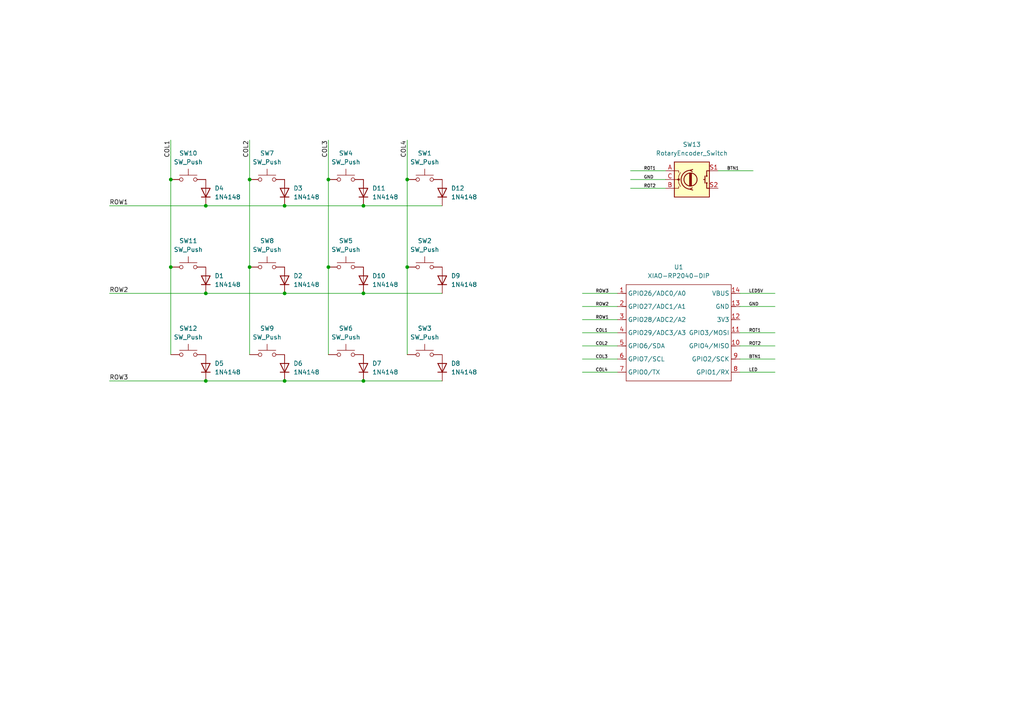
<source format=kicad_sch>
(kicad_sch (version 20250114) (generator "eeschema") (generator_version "9.0")
  (paper "A4")
  (lib_symbols
    (symbol "Device:RotaryEncoder_Switch" (pin_names (offset 0.254) (hide yes))
      (property "Reference" "SW" (at 0 6.604 0))
      (property "Value" "RotaryEncoder_Switch" (at 0 -6.604 0))
      (symbol "RotaryEncoder_Switch_0_1"
        (rectangle (start -5.08 5.08) (end 5.08 -5.08) (stroke (width 0.254)) (fill (type background)))
        (polyline (pts (xy -5.08 2.54) (xy -3.81 2.54) (xy -3.81 2.032)))
        (polyline (pts (xy -5.08 0) (xy -3.81 0) (xy -3.81 -1.016) (xy -3.302 -2.032)))
        (polyline (pts (xy -5.08 -2.54) (xy -3.81 -2.54) (xy -3.81 -2.032)))
        (polyline (pts (xy -4.318 0) (xy -3.81 0) (xy -3.81 1.016) (xy -3.302 2.032)))
        (circle (center -3.81 0) (radius 0.254) (fill (type outline)))
        (polyline (pts (xy -0.635 -1.778) (xy -0.635 1.778)) (stroke (width 0.254)))
        (circle (center -0.381 0) (radius 1.905) (stroke (width 0.254)))
        (polyline (pts (xy -0.381 -1.778) (xy -0.381 1.778)) (stroke (width 0.254)))
        (arc (start -0.381 -2.794) (mid -3.0988 -0.0635) (end -0.381 2.667) (stroke (width 0.254)))
        (polyline (pts (xy -0.127 1.778) (xy -0.127 -1.778)) (stroke (width 0.254)))
        (polyline (pts (xy 0.254 2.921) (xy -0.508 2.667) (xy 0.127 2.286)) (stroke (width 0.254)))
        (polyline (pts (xy 0.254 -3.048) (xy -0.508 -2.794) (xy 0.127 -2.413)) (stroke (width 0.254)))
        (polyline (pts (xy 3.81 1.016) (xy 3.81 -1.016)) (stroke (width 0.254)))
        (polyline (pts (xy 3.81 0) (xy 3.429 0)) (stroke (width 0.254)))
        (circle (center 4.318 1.016) (radius 0.127) (stroke (width 0.254)))
        (circle (center 4.318 -1.016) (radius 0.127) (stroke (width 0.254)))
        (polyline (pts (xy 5.08 2.54) (xy 4.318 2.54) (xy 4.318 1.016)) (stroke (width 0.254)))
        (polyline (pts (xy 5.08 -2.54) (xy 4.318 -2.54) (xy 4.318 -1.016)) (stroke (width 0.254)))
      )
      (symbol "RotaryEncoder_Switch_1_1"
        (pin passive line (at -7.62 2.54 0) (length 2.54) (name "A") (number "A"))
        (pin passive line (at -7.62 0 0) (length 2.54) (name "C") (number "C"))
        (pin passive line (at -7.62 -2.54 0) (length 2.54) (name "B") (number "B"))
        (pin passive line (at 7.62 2.54 180) (length 2.54) (name "S1") (number "S1"))
        (pin passive line (at 7.62 -2.54 180) (length 2.54) (name "S2") (number "S2"))
      )
    )
    (symbol "Diode:1N4148" (pin_numbers (hide yes)) (pin_names (hide yes))
      (property "Reference" "D" (at 0 2.54 0))
      (property "Value" "1N4148" (at 0 -2.54 0))
      (symbol "1N4148_0_1"
        (polyline (pts (xy -1.27 1.27) (xy -1.27 -1.27)) (stroke (width 0.254)))
        (polyline (pts (xy 1.27 1.27) (xy 1.27 -1.27) (xy -1.27 0) (xy 1.27 1.27)) (stroke (width 0.254)))
        (polyline (pts (xy 1.27 0) (xy -1.27 0)))
      )
      (symbol "1N4148_1_1"
        (pin passive line (at -3.81 0 0) (length 2.54) (name "K") (number "1"))
        (pin passive line (at 3.81 0 180) (length 2.54) (name "A") (number "2"))
      )
    )
    (symbol "Switch:SW_Push" (pin_numbers (hide yes)) (pin_names (offset 1.016) (hide yes))
      (property "Reference" "SW" (at 1.27 2.54 0))
      (property "Value" "SW_Push" (at 0 -1.524 0))
      (symbol "SW_Push_0_1"
        (circle (center -2.032 0) (radius 0.508))
        (polyline (pts (xy 0 1.27) (xy 0 3.048)))
        (circle (center 2.032 0) (radius 0.508))
        (polyline (pts (xy 2.54 1.27) (xy -2.54 1.27)))
        (pin passive line (at -5.08 0 0) (length 2.54) (name "1") (number "1"))
        (pin passive line (at 5.08 0 180) (length 2.54) (name "2") (number "2"))
      )
    )
    (symbol "XIAO:XIAO-RP2040-DIP"
      (property "Reference" "U" (at 0 0 0))
      (property "Value" "XIAO-RP2040-DIP" (at 5.334 -1.778 0))
      (symbol "XIAO-RP2040-DIP_1_0"
        (polyline (pts (xy -1.27 -2.54) (xy 29.21 -2.54)) (stroke (width 0.1524)))
        (polyline (pts (xy -1.27 -5.08) (xy -2.54 -5.08)) (stroke (width 0.1524)))
        (polyline (pts (xy -1.27 -5.08) (xy -1.27 -2.54)) (stroke (width 0.1524)))
        (polyline (pts (xy -1.27 -8.89) (xy -2.54 -8.89)) (stroke (width 0.1524)))
        (polyline (pts (xy -1.27 -8.89) (xy -1.27 -5.08)) (stroke (width 0.1524)))
        (polyline (pts (xy -1.27 -12.7) (xy -2.54 -12.7)) (stroke (width 0.1524)))
        (polyline (pts (xy -1.27 -12.7) (xy -1.27 -8.89)) (stroke (width 0.1524)))
        (polyline (pts (xy -1.27 -16.51) (xy -2.54 -16.51)) (stroke (width 0.1524)))
        (polyline (pts (xy -1.27 -16.51) (xy -1.27 -12.7)) (stroke (width 0.1524)))
        (polyline (pts (xy -1.27 -20.32) (xy -2.54 -20.32)) (stroke (width 0.1524)))
        (polyline (pts (xy -1.27 -24.13) (xy -2.54 -24.13)) (stroke (width 0.1524)))
        (polyline (pts (xy -1.27 -27.94) (xy -2.54 -27.94)) (stroke (width 0.1524)))
        (polyline (pts (xy -1.27 -30.48) (xy -1.27 -16.51)) (stroke (width 0.1524)))
        (polyline (pts (xy 29.21 -2.54) (xy 29.21 -5.08)) (stroke (width 0.1524)))
        (polyline (pts (xy 29.21 -5.08) (xy 29.21 -8.89)) (stroke (width 0.1524)))
        (polyline (pts (xy 29.21 -8.89) (xy 29.21 -12.7)) (stroke (width 0.1524)))
        (polyline (pts (xy 29.21 -12.7) (xy 29.21 -30.48)) (stroke (width 0.1524)))
        (polyline (pts (xy 29.21 -30.48) (xy -1.27 -30.48)) (stroke (width 0.1524)))
        (polyline (pts (xy 30.48 -5.08) (xy 29.21 -5.08)) (stroke (width 0.1524)))
        (polyline (pts (xy 30.48 -8.89) (xy 29.21 -8.89)) (stroke (width 0.1524)))
        (polyline (pts (xy 30.48 -12.7) (xy 29.21 -12.7)) (stroke (width 0.1524)))
        (polyline (pts (xy 30.48 -16.51) (xy 29.21 -16.51)) (stroke (width 0.1524)))
        (polyline (pts (xy 30.48 -20.32) (xy 29.21 -20.32)) (stroke (width 0.1524)))
        (polyline (pts (xy 30.48 -24.13) (xy 29.21 -24.13)) (stroke (width 0.1524)))
        (polyline (pts (xy 30.48 -27.94) (xy 29.21 -27.94)) (stroke (width 0.1524)))
        (pin passive line (at -3.81 -5.08 0) (length 2.54) (name "GPIO26/ADC0/A0") (number "1"))
        (pin passive line (at -3.81 -8.89 0) (length 2.54) (name "GPIO27/ADC1/A1") (number "2"))
        (pin passive line (at -3.81 -12.7 0) (length 2.54) (name "GPIO28/ADC2/A2") (number "3"))
        (pin passive line (at -3.81 -16.51 0) (length 2.54) (name "GPIO29/ADC3/A3") (number "4"))
        (pin passive line (at -3.81 -20.32 0) (length 2.54) (name "GPIO6/SDA") (number "5"))
        (pin passive line (at -3.81 -24.13 0) (length 2.54) (name "GPIO7/SCL") (number "6"))
        (pin passive line (at -3.81 -27.94 0) (length 2.54) (name "GPIO0/TX") (number "7"))
        (pin passive line (at 31.75 -5.08 180) (length 2.54) (name "VBUS") (number "14"))
        (pin passive line (at 31.75 -8.89 180) (length 2.54) (name "GND") (number "13"))
        (pin passive line (at 31.75 -12.7 180) (length 2.54) (name "3V3") (number "12"))
        (pin passive line (at 31.75 -16.51 180) (length 2.54) (name "GPIO3/MOSI") (number "11"))
        (pin passive line (at 31.75 -20.32 180) (length 2.54) (name "GPIO4/MISO") (number "10"))
        (pin passive line (at 31.75 -24.13 180) (length 2.54) (name "GPIO2/SCK") (number "9"))
        (pin passive line (at 31.75 -27.94 180) (length 2.54) (name "GPIO1/RX") (number "8"))
      )
    )
  )
  (junction (at 72.39 77.47))
  (junction (at 105.41 85.09))
  (junction (at 95.25 52.07))
  (junction (at 59.69 85.09))
  (junction (at 59.69 59.69))
  (junction (at 49.53 52.07))
  (junction (at 118.11 52.07))
  (junction (at 95.25 77.47))
  (junction (at 82.55 110.49))
  (junction (at 59.69 110.49))
  (junction (at 82.55 85.09))
  (junction (at 118.11 77.47))
  (junction (at 105.41 110.49))
  (junction (at 72.39 52.07))
  (junction (at 49.53 77.47))
  (junction (at 82.55 59.69))
  (junction (at 105.41 59.69))
  (wire (pts (xy 49.53 52.07) (xy 49.53 77.47)))
  (wire (pts (xy 95.25 77.47) (xy 95.25 102.87)))
  (wire (pts (xy 168.91 96.52) (xy 179.07 96.52)))
  (wire (pts (xy 214.63 107.95) (xy 224.79 107.95)))
  (wire (pts (xy 214.63 88.9) (xy 224.79 88.9)))
  (wire (pts (xy 118.11 40.64) (xy 118.11 52.07)))
  (wire (pts (xy 59.69 59.69) (xy 82.55 59.69)))
  (wire (pts (xy 82.55 85.09) (xy 105.41 85.09)))
  (wire (pts (xy 168.91 92.71) (xy 179.07 92.71)))
  (wire (pts (xy 72.39 52.07) (xy 72.39 77.47)))
  (wire (pts (xy 118.11 52.07) (xy 118.11 77.47)))
  (wire (pts (xy 105.41 59.69) (xy 128.27 59.69)))
  (wire (pts (xy 31.75 85.09) (xy 59.69 85.09)))
  (wire (pts (xy 31.75 110.49) (xy 59.69 110.49)))
  (wire (pts (xy 168.91 88.9) (xy 179.07 88.9)))
  (wire (pts (xy 214.63 85.09) (xy 224.79 85.09)))
  (wire (pts (xy 105.41 85.09) (xy 128.27 85.09)))
  (wire (pts (xy 214.63 104.14) (xy 224.79 104.14)))
  (wire (pts (xy 168.91 104.14) (xy 179.07 104.14)))
  (wire (pts (xy 182.88 49.53) (xy 193.04 49.53)))
  (wire (pts (xy 82.55 110.49) (xy 105.41 110.49)))
  (wire (pts (xy 59.69 85.09) (xy 82.55 85.09)))
  (wire (pts (xy 168.91 100.33) (xy 179.07 100.33)))
  (wire (pts (xy 72.39 40.64) (xy 72.39 52.07)))
  (wire (pts (xy 49.53 77.47) (xy 49.53 102.87)))
  (wire (pts (xy 118.11 77.47) (xy 118.11 102.87)))
  (wire (pts (xy 95.25 52.07) (xy 95.25 77.47)))
  (wire (pts (xy 182.88 52.07) (xy 193.04 52.07)))
  (wire (pts (xy 49.53 40.64) (xy 49.53 52.07)))
  (wire (pts (xy 214.63 100.33) (xy 224.79 100.33)))
  (wire (pts (xy 214.63 96.52) (xy 224.79 96.52)))
  (wire (pts (xy 105.41 110.49) (xy 128.27 110.49)))
  (wire (pts (xy 208.28 49.53) (xy 218.44 49.53)))
  (wire (pts (xy 72.39 77.47) (xy 72.39 102.87)))
  (wire (pts (xy 59.69 110.49) (xy 82.55 110.49)))
  (wire (pts (xy 168.91 107.95) (xy 179.07 107.95)))
  (wire (pts (xy 95.25 40.64) (xy 95.25 52.07)))
  (wire (pts (xy 31.75 59.69) (xy 59.69 59.69)))
  (wire (pts (xy 182.88 54.61) (xy 193.04 54.61)))
  (wire (pts (xy 82.55 59.69) (xy 105.41 59.69)))
  (wire (pts (xy 168.91 85.09) (xy 179.07 85.09)))
  (label "LED" (at 217.17 107.95 0) (effects (font (size 0.889 0.889))))
  (label "GND" (at 186.69 52.07 0) (effects (font (size 0.889 0.889))))
  (label "ROW2" (at 31.75 85.09 0))
  (label "COL2" (at 172.72 100.33 0) (effects (font (size 0.889 0.889))))
  (label "COL1" (at 49.53 45.72 90))
  (label "COL2" (at 72.39 45.72 90))
  (label "ROW3" (at 172.72 85.09 0) (effects (font (size 0.889 0.889))))
  (label "COL4" (at 172.72 107.95 0) (effects (font (size 0.889 0.889))))
  (label "ROW1" (at 31.75 59.69 0))
  (label "COL3" (at 172.72 104.14 0) (effects (font (size 0.889 0.889))))
  (label "LED5V" (at 217.17 85.09 0) (effects (font (size 0.889 0.889))))
  (label "ROT1" (at 217.17 96.52 0) (effects (font (size 0.889 0.889))))
  (label "ROW3" (at 31.75 110.49 0))
  (label "ROT2" (at 186.69 54.61 0) (effects (font (size 0.889 0.889))))
  (label "COL1" (at 172.72 96.52 0) (effects (font (size 0.889 0.889))))
  (label "COL4" (at 118.11 45.72 90))
  (label "ROT2" (at 217.17 100.33 0) (effects (font (size 0.889 0.889))))
  (label "GND" (at 217.17 88.9 0) (effects (font (size 0.889 0.889))))
  (label "ROW1" (at 172.72 92.71 0) (effects (font (size 0.889 0.889))))
  (label "COL3" (at 95.25 45.72 90))
  (label "ROW2" (at 172.72 88.9 0) (effects (font (size 0.889 0.889))))
  (label "ROT1" (at 186.69 49.53 0) (effects (font (size 0.889 0.889))))
  (label "BTN1" (at 210.82 49.53 0) (effects (font (size 0.889 0.889))))
  (label "BTN1" (at 217.17 104.14 0) (effects (font (size 0.889 0.889))))
  (symbol (lib_id "Switch:SW_Push") (at 77.47 52.07 0) (unit 1)
    (property "Reference" "SW7" (at 77.47 44.45 0))
    (property "Value" "SW_Push" (at 77.47 46.99 0))
    (property "Footprint" "Button_Switch_Keyboard:SW_Cherry_MX_1.00u_PCB" (effects (hide yes)))
    (property "Description" "Push button switch, generic, two pins" (effects (hide yes)))
  )
  (symbol (lib_id "Switch:SW_Push") (at 54.61 52.07 0) (unit 1)
    (property "Reference" "SW10" (at 54.61 44.45 0))
    (property "Value" "SW_Push" (at 54.61 46.99 0))
    (property "Footprint" "Button_Switch_Keyboard:SW_Cherry_MX_1.00u_PCB" (effects (hide yes)))
    (property "Description" "Push button switch, generic, two pins" (effects (hide yes)))
  )
  (symbol (lib_id "Switch:SW_Push") (at 123.19 77.47 0) (unit 1)
    (property "Reference" "SW2" (at 123.19 69.85 0))
    (property "Value" "SW_Push" (at 123.19 72.39 0))
    (property "Footprint" "Button_Switch_Keyboard:SW_Cherry_MX_1.00u_PCB" (effects (hide yes)))
    (property "Description" "Push button switch, generic, two pins" (effects (hide yes)))
  )
  (symbol (lib_id "Switch:SW_Push") (at 100.33 52.07 0) (unit 1)
    (property "Reference" "SW4" (at 100.33 44.45 0))
    (property "Value" "SW_Push" (at 100.33 46.99 0))
    (property "Footprint" "Button_Switch_Keyboard:SW_Cherry_MX_1.00u_PCB" (effects (hide yes)))
    (property "Description" "Push button switch, generic, two pins" (effects (hide yes)))
  )
  (symbol (lib_id "Diode:1N4148") (at 128.27 81.28 90) (unit 1)
    (property "Reference" "D9" (at 130.81 80.0099 90) (effects (justify right)))
    (property "Value" "1N4148" (at 130.81 82.5499 90) (effects (justify right)))
    (property "Footprint" "Diode_THT:D_DO-35_SOD27_P7.62mm_Horizontal" (effects (hide yes)))
    (property "Datasheet" "https://assets.nexperia.com/documents/data-sheet/1N4148_1N4448.pdf" (effects (hide yes)))
    (property "Description" "100V 0.15A standard switching diode, DO-35" (effects (hide yes)))
    (property "Sim.Device" "D" (effects (hide yes)))
    (property "Sim.Pins" "1=K 2=A" (effects (hide yes)))
  )
  (symbol (lib_id "Switch:SW_Push") (at 54.61 102.87 0) (unit 1)
    (property "Reference" "SW12" (at 54.61 95.25 0))
    (property "Value" "SW_Push" (at 54.61 97.79 0))
    (property "Footprint" "Button_Switch_Keyboard:SW_Cherry_MX_1.00u_PCB" (effects (hide yes)))
    (property "Description" "Push button switch, generic, two pins" (effects (hide yes)))
  )
  (symbol (lib_id "Diode:1N4148") (at 82.55 81.28 90) (unit 1)
    (property "Reference" "D2" (at 85.09 80.0099 90) (effects (justify right)))
    (property "Value" "1N4148" (at 85.09 82.5499 90) (effects (justify right)))
    (property "Footprint" "Diode_THT:D_DO-35_SOD27_P7.62mm_Horizontal" (effects (hide yes)))
    (property "Datasheet" "https://assets.nexperia.com/documents/data-sheet/1N4148_1N4448.pdf" (effects (hide yes)))
    (property "Description" "100V 0.15A standard switching diode, DO-35" (effects (hide yes)))
    (property "Sim.Device" "D" (effects (hide yes)))
    (property "Sim.Pins" "1=K 2=A" (effects (hide yes)))
  )
  (symbol (lib_id "Switch:SW_Push") (at 100.33 77.47 0) (unit 1)
    (property "Reference" "SW5" (at 100.33 69.85 0))
    (property "Value" "SW_Push" (at 100.33 72.39 0))
    (property "Footprint" "Button_Switch_Keyboard:SW_Cherry_MX_1.00u_PCB" (effects (hide yes)))
    (property "Description" "Push button switch, generic, two pins" (effects (hide yes)))
  )
  (symbol (lib_id "Switch:SW_Push") (at 123.19 52.07 0) (unit 1)
    (property "Reference" "SW1" (at 123.19 44.45 0))
    (property "Value" "SW_Push" (at 123.19 46.99 0))
    (property "Footprint" "Button_Switch_Keyboard:SW_Cherry_MX_1.00u_PCB" (effects (hide yes)))
    (property "Description" "Push button switch, generic, two pins" (effects (hide yes)))
  )
  (symbol (lib_id "Diode:1N4148") (at 105.41 106.68 90) (unit 1)
    (property "Reference" "D7" (at 107.95 105.4099 90) (effects (justify right)))
    (property "Value" "1N4148" (at 107.95 107.9499 90) (effects (justify right)))
    (property "Footprint" "Diode_THT:D_DO-35_SOD27_P7.62mm_Horizontal" (effects (hide yes)))
    (property "Datasheet" "https://assets.nexperia.com/documents/data-sheet/1N4148_1N4448.pdf" (effects (hide yes)))
    (property "Description" "100V 0.15A standard switching diode, DO-35" (effects (hide yes)))
    (property "Sim.Device" "D" (effects (hide yes)))
    (property "Sim.Pins" "1=K 2=A" (effects (hide yes)))
  )
  (symbol (lib_id "Diode:1N4148") (at 82.55 106.68 90) (unit 1)
    (property "Reference" "D6" (at 85.09 105.4099 90) (effects (justify right)))
    (property "Value" "1N4148" (at 85.09 107.9499 90) (effects (justify right)))
    (property "Footprint" "Diode_THT:D_DO-35_SOD27_P7.62mm_Horizontal" (effects (hide yes)))
    (property "Datasheet" "https://assets.nexperia.com/documents/data-sheet/1N4148_1N4448.pdf" (effects (hide yes)))
    (property "Description" "100V 0.15A standard switching diode, DO-35" (effects (hide yes)))
    (property "Sim.Device" "D" (effects (hide yes)))
    (property "Sim.Pins" "1=K 2=A" (effects (hide yes)))
  )
  (symbol (lib_id "Device:RotaryEncoder_Switch") (at 200.66 52.07 0) (unit 1)
    (property "Reference" "SW13" (at 200.66 41.91 0))
    (property "Value" "RotaryEncoder_Switch" (at 200.66 44.45 0))
    (property "Footprint" "Rotary_Encoder:RotaryEncoder_Alps_EC11E-Switch_Vertical_H20mm_CircularMountingHoles" (effects (hide yes)))
    (property "Description" "Rotary encoder, dual channel, incremental quadrate outputs, with switch" (effects (hide yes)))
  )
  (symbol (lib_id "Diode:1N4148") (at 105.41 81.28 90) (unit 1)
    (property "Reference" "D10" (at 107.95 80.0099 90) (effects (justify right)))
    (property "Value" "1N4148" (at 107.95 82.5499 90) (effects (justify right)))
    (property "Footprint" "Diode_THT:D_DO-35_SOD27_P7.62mm_Horizontal" (effects (hide yes)))
    (property "Datasheet" "https://assets.nexperia.com/documents/data-sheet/1N4148_1N4448.pdf" (effects (hide yes)))
    (property "Description" "100V 0.15A standard switching diode, DO-35" (effects (hide yes)))
    (property "Sim.Device" "D" (effects (hide yes)))
    (property "Sim.Pins" "1=K 2=A" (effects (hide yes)))
  )
  (symbol (lib_id "XIAO:XIAO-RP2040-DIP") (at 182.88 80.01 0) (unit 1)
    (property "Reference" "U1" (at 196.85 77.47 0))
    (property "Value" "XIAO-RP2040-DIP" (at 196.85 80.01 0))
    (property "Footprint" "OPL:XIAO-RP2040-DIP" (effects (hide yes)))
  )
  (symbol (lib_id "Diode:1N4148") (at 59.69 106.68 90) (unit 1)
    (property "Reference" "D5" (at 62.23 105.4099 90) (effects (justify right)))
    (property "Value" "1N4148" (at 62.23 107.9499 90) (effects (justify right)))
    (property "Footprint" "Diode_THT:D_DO-35_SOD27_P7.62mm_Horizontal" (effects (hide yes)))
    (property "Datasheet" "https://assets.nexperia.com/documents/data-sheet/1N4148_1N4448.pdf" (effects (hide yes)))
    (property "Description" "100V 0.15A standard switching diode, DO-35" (effects (hide yes)))
    (property "Sim.Device" "D" (effects (hide yes)))
    (property "Sim.Pins" "1=K 2=A" (effects (hide yes)))
  )
  (symbol (lib_id "Diode:1N4148") (at 59.69 55.88 90) (unit 1)
    (property "Reference" "D4" (at 62.23 54.6099 90) (effects (justify right)))
    (property "Value" "1N4148" (at 62.23 57.1499 90) (effects (justify right)))
    (property "Footprint" "Diode_THT:D_DO-35_SOD27_P7.62mm_Horizontal" (effects (hide yes)))
    (property "Datasheet" "https://assets.nexperia.com/documents/data-sheet/1N4148_1N4448.pdf" (effects (hide yes)))
    (property "Description" "100V 0.15A standard switching diode, DO-35" (effects (hide yes)))
    (property "Sim.Device" "D" (effects (hide yes)))
    (property "Sim.Pins" "1=K 2=A" (effects (hide yes)))
  )
  (symbol (lib_id "Diode:1N4148") (at 128.27 55.88 90) (unit 1)
    (property "Reference" "D12" (at 130.81 54.6099 90) (effects (justify right)))
    (property "Value" "1N4148" (at 130.81 57.1499 90) (effects (justify right)))
    (property "Footprint" "Diode_THT:D_DO-35_SOD27_P7.62mm_Horizontal" (effects (hide yes)))
    (property "Datasheet" "https://assets.nexperia.com/documents/data-sheet/1N4148_1N4448.pdf" (effects (hide yes)))
    (property "Description" "100V 0.15A standard switching diode, DO-35" (effects (hide yes)))
    (property "Sim.Device" "D" (effects (hide yes)))
    (property "Sim.Pins" "1=K 2=A" (effects (hide yes)))
  )
  (symbol (lib_id "Switch:SW_Push") (at 123.19 102.87 0) (unit 1)
    (property "Reference" "SW3" (at 123.19 95.25 0))
    (property "Value" "SW_Push" (at 123.19 97.79 0))
    (property "Footprint" "Button_Switch_Keyboard:SW_Cherry_MX_1.00u_PCB" (effects (hide yes)))
    (property "Description" "Push button switch, generic, two pins" (effects (hide yes)))
  )
  (symbol (lib_id "Diode:1N4148") (at 59.69 81.28 90) (unit 1)
    (property "Reference" "D1" (at 62.23 80.0099 90) (effects (justify right)))
    (property "Value" "1N4148" (at 62.23 82.5499 90) (effects (justify right)))
    (property "Footprint" "Diode_THT:D_DO-35_SOD27_P7.62mm_Horizontal" (effects (hide yes)))
    (property "Datasheet" "https://assets.nexperia.com/documents/data-sheet/1N4148_1N4448.pdf" (effects (hide yes)))
    (property "Description" "100V 0.15A standard switching diode, DO-35" (effects (hide yes)))
    (property "Sim.Device" "D" (effects (hide yes)))
    (property "Sim.Pins" "1=K 2=A" (effects (hide yes)))
  )
  (symbol (lib_id "Switch:SW_Push") (at 100.33 102.87 0) (unit 1)
    (property "Reference" "SW6" (at 100.33 95.25 0))
    (property "Value" "SW_Push" (at 100.33 97.79 0))
    (property "Footprint" "Button_Switch_Keyboard:SW_Cherry_MX_1.00u_PCB" (effects (hide yes)))
    (property "Description" "Push button switch, generic, two pins" (effects (hide yes)))
  )
  (symbol (lib_id "Diode:1N4148") (at 128.27 106.68 90) (unit 1)
    (property "Reference" "D8" (at 130.81 105.4099 90) (effects (justify right)))
    (property "Value" "1N4148" (at 130.81 107.9499 90) (effects (justify right)))
    (property "Footprint" "Diode_THT:D_DO-35_SOD27_P7.62mm_Horizontal" (effects (hide yes)))
    (property "Datasheet" "https://assets.nexperia.com/documents/data-sheet/1N4148_1N4448.pdf" (effects (hide yes)))
    (property "Description" "100V 0.15A standard switching diode, DO-35" (effects (hide yes)))
    (property "Sim.Device" "D" (effects (hide yes)))
    (property "Sim.Pins" "1=K 2=A" (effects (hide yes)))
  )
  (symbol (lib_id "Diode:1N4148") (at 82.55 55.88 90) (unit 1)
    (property "Reference" "D3" (at 85.09 54.6099 90) (effects (justify right)))
    (property "Value" "1N4148" (at 85.09 57.1499 90) (effects (justify right)))
    (property "Footprint" "Diode_THT:D_DO-35_SOD27_P7.62mm_Horizontal" (effects (hide yes)))
    (property "Datasheet" "https://assets.nexperia.com/documents/data-sheet/1N4148_1N4448.pdf" (effects (hide yes)))
    (property "Description" "100V 0.15A standard switching diode, DO-35" (effects (hide yes)))
    (property "Sim.Device" "D" (effects (hide yes)))
    (property "Sim.Pins" "1=K 2=A" (effects (hide yes)))
  )
  (symbol (lib_id "Switch:SW_Push") (at 77.47 77.47 0) (unit 1)
    (property "Reference" "SW8" (at 77.47 69.85 0))
    (property "Value" "SW_Push" (at 77.47 72.39 0))
    (property "Footprint" "Button_Switch_Keyboard:SW_Cherry_MX_1.00u_PCB" (effects (hide yes)))
    (property "Description" "Push button switch, generic, two pins" (effects (hide yes)))
  )
  (symbol (lib_id "Switch:SW_Push") (at 77.47 102.87 0) (unit 1)
    (property "Reference" "SW9" (at 77.47 95.25 0))
    (property "Value" "SW_Push" (at 77.47 97.79 0))
    (property "Footprint" "Button_Switch_Keyboard:SW_Cherry_MX_1.00u_PCB" (effects (hide yes)))
    (property "Description" "Push button switch, generic, two pins" (effects (hide yes)))
  )
  (symbol (lib_id "Switch:SW_Push") (at 54.61 77.47 0) (unit 1)
    (property "Reference" "SW11" (at 54.61 69.85 0))
    (property "Value" "SW_Push" (at 54.61 72.39 0))
    (property "Footprint" "Button_Switch_Keyboard:SW_Cherry_MX_1.00u_PCB" (effects (hide yes)))
    (property "Description" "Push button switch, generic, two pins" (effects (hide yes)))
  )
  (symbol (lib_id "Diode:1N4148") (at 105.41 55.88 90) (unit 1)
    (property "Reference" "D11" (at 107.95 54.6099 90) (effects (justify right)))
    (property "Value" "1N4148" (at 107.95 57.1499 90) (effects (justify right)))
    (property "Footprint" "Diode_THT:D_DO-35_SOD27_P7.62mm_Horizontal" (effects (hide yes)))
    (property "Datasheet" "https://assets.nexperia.com/documents/data-sheet/1N4148_1N4448.pdf" (effects (hide yes)))
    (property "Description" "100V 0.15A standard switching diode, DO-35" (effects (hide yes)))
    (property "Sim.Device" "D" (effects (hide yes)))
    (property "Sim.Pins" "1=K 2=A" (effects (hide yes)))
  )
)
</source>
